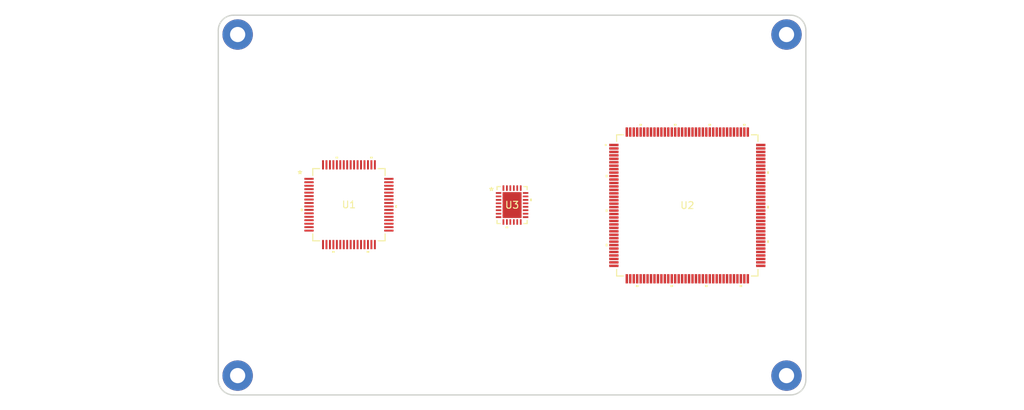
<source format=kicad_pcb>
(kicad_pcb (version 20240108) (generator "pcbnew") (generator_version "8.0")
  (layers (0 "F.Cu" signal) (1 "In1.Cu" signal) (2 "In2.Cu" signal) (31 "B.Cu" signal) (34 "B.Paste" user) (35 "F.Paste" user) (36 "B.SilkS" user "B.Silkscreen") (37 "F.SilkS" user "F.Silkscreen") (38 "B.Mask" user) (39 "F.Mask" user) (44 "Edge.Cuts" user))
  (net 0 "")
  (net 24 "SPI_SCK")
  (net 31 "SPI_MOSI")
  (net 32 "SPI_MISO")
  (net 49 "SPI_NSS")
  (net 66 "GNDD")
  (footprint "MountingHole:MountingHole_2.2mm_M2_Pad_TopBottom" (layer "F.Cu") (at 152.8 97.2)
    (property "Reference" "REF**" (hide yes))
    (property "Value" "MountingHole_2.2mm_M2_Pad_TopBottom")
    (pad "1" thru_hole circle (at 0 0) (size 2.6 2.6) (drill 2.2) (layers "*.Cu" "*.Mask"))
    (pad "1" connect circle (at 0 0) (size 4.4 4.4) (layers "F.Cu" "F.Mask"))
    (pad "1" connect circle (at 0 0) (size 4.4 4.4) (layers "B.Cu" "B.Mask"))
  )
  (footprint "hands-emg-lib:STM32L496ZGT6" (layer "F.Cu") (at 217.85 72.55)
    (property "Reference" "U2" (at 0 0 0) (layer "F.SilkS"))
    (property "Value" "STM32L496ZGT6")
    (fp_line (start -10.2235 -10.2235) (end -10.2235 -9.26054) (stroke (width 0.1524)) (layer "F.SilkS"))
    (fp_line (start -10.2235 9.26054) (end -10.2235 10.2235) (stroke (width 0.1524)) (layer "F.SilkS"))
    (fp_line (start -10.2235 10.2235) (end -9.26054 10.2235) (stroke (width 0.1524)) (layer "F.SilkS"))
    (fp_line (start -9.26054 -10.2235) (end -10.2235 -10.2235) (stroke (width 0.1524)) (layer "F.SilkS"))
    (fp_line (start 9.26054 10.2235) (end 10.2235 10.2235) (stroke (width 0.1524)) (layer "F.SilkS"))
    (fp_line (start 10.2235 -10.2235) (end 9.26054 -10.2235) (stroke (width 0.1524)) (layer "F.SilkS"))
    (fp_line (start 10.2235 -9.26054) (end 10.2235 -10.2235) (stroke (width 0.1524)) (layer "F.SilkS"))
    (fp_line (start 10.2235 10.2235) (end 10.2235 9.26054) (stroke (width 0.1524)) (layer "F.SilkS"))
    (fp_circle (center -11.802101 -8.75) (end -11.725901 -8.75) (stroke (width 0.1524)) (fill none) (layer "F.SilkS"))
    (fp_poly (pts (xy -11.8061 -4.440499) (xy -11.8061 -4.059499) (xy -11.5521 -4.059499) (xy -11.5521 -4.440499)) (fill solid) (layer "F.SilkS"))
    (fp_poly (pts (xy -11.8061 0.559501) (xy -11.8061 0.940501) (xy -11.5521 0.940501) (xy -11.5521 0.559501)) (fill solid) (layer "F.SilkS"))
    (fp_poly (pts (xy -11.8061 5.559501) (xy -11.8061 5.940501) (xy -11.5521 5.940501) (xy -11.5521 5.559501)) (fill solid) (layer "F.SilkS"))
    (fp_poly (pts (xy -7.440501 11.5521) (xy -7.440501 11.8061) (xy -7.059501 11.8061) (xy -7.059501 11.5521)) (fill solid) (layer "F.SilkS"))
    (fp_poly (pts (xy -6.940499 -11.5521) (xy -6.940499 -11.8061) (xy -6.559499 -11.8061) (xy -6.559499 -11.5521)) (fill solid) (layer "F.SilkS"))
    (fp_poly (pts (xy -2.440501 11.5521) (xy -2.440501 11.8061) (xy -2.059501 11.8061) (xy -2.059501 11.5521)) (fill solid) (layer "F.SilkS"))
    (fp_poly (pts (xy -1.940499 -11.5521) (xy -1.940499 -11.8061) (xy -1.559499 -11.8061) (xy -1.559499 -11.5521)) (fill solid) (layer "F.SilkS"))
    (fp_poly (pts (xy 2.5595 11.5521) (xy 2.5595 11.8061) (xy 2.9405 11.8061) (xy 2.9405 11.5521)) (fill solid) (layer "F.SilkS"))
    (fp_poly (pts (xy 3.059501 -11.5521) (xy 3.059501 -11.8061) (xy 3.440501 -11.8061) (xy 3.440501 -11.5521)) (fill solid) (layer "F.SilkS"))
    (fp_poly (pts (xy 7.5595 11.5521) (xy 7.5595 11.8061) (xy 7.9405 11.8061) (xy 7.9405 11.5521)) (fill solid) (layer "F.SilkS"))
    (fp_poly (pts (xy 8.059501 -11.5521) (xy 8.059501 -11.8061) (xy 8.440501 -11.8061) (xy 8.440501 -11.5521)) (fill solid) (layer "F.SilkS"))
    (fp_poly (pts (xy 11.8061 -4.940501) (xy 11.8061 -4.559501) (xy 11.5521 -4.559501) (xy 11.5521 -4.940501)) (fill solid) (layer "F.SilkS"))
    (fp_poly (pts (xy 11.8061 0.059499) (xy 11.8061 0.4405) (xy 11.5521 0.4405) (xy 11.5521 0.059499)) (fill solid) (layer "F.SilkS"))
    (fp_poly (pts (xy 11.8061 5.0595) (xy 11.8061 5.4405) (xy 11.5521 5.4405) (xy 11.5521 5.0595)) (fill solid) (layer "F.SilkS"))
    (pad "1" smd rect (at -10.625 -8.75) (size 1.3462 0.3556) (layers "F.Cu" "F.Paste" "F.Mask"))
    (pad "2" smd rect (at -10.625 -8.250001) (size 1.3462 0.3556) (layers "F.Cu" "F.Paste" "F.Mask"))
    (pad "3" smd rect (at -10.625 -7.75) (size 1.3462 0.3556) (layers "F.Cu" "F.Paste" "F.Mask"))
    (pad "4" smd rect (at -10.625 -7.250001) (size 1.3462 0.3556) (layers "F.Cu" "F.Paste" "F.Mask"))
    (pad "5" smd rect (at -10.625 -6.749999) (size 1.3462 0.3556) (layers "F.Cu" "F.Paste" "F.Mask"))
    (pad "6" smd rect (at -10.625 -6.25) (size 1.3462 0.3556) (layers "F.Cu" "F.Paste" "F.Mask"))
    (pad "7" smd rect (at -10.625 -5.750001) (size 1.3462 0.3556) (layers "F.Cu" "F.Paste" "F.Mask"))
    (pad "8" smd rect (at -10.625 -5.25) (size 1.3462 0.3556) (layers "F.Cu" "F.Paste" "F.Mask"))
    (pad "9" smd rect (at -10.625 -4.750001) (size 1.3462 0.3556) (layers "F.Cu" "F.Paste" "F.Mask"))
    (pad "10" smd rect (at -10.625 -4.249999) (size 1.3462 0.3556) (layers "F.Cu" "F.Paste" "F.Mask"))
    (pad "11" smd rect (at -10.625 -3.75) (size 1.3462 0.3556) (layers "F.Cu" "F.Paste" "F.Mask"))
    (pad "12" smd rect (at -10.625 -3.250001) (size 1.3462 0.3556) (layers "F.Cu" "F.Paste" "F.Mask"))
    (pad "13" smd rect (at -10.625 -2.75) (size 1.3462 0.3556) (layers "F.Cu" "F.Paste" "F.Mask"))
    (pad "14" smd rect (at -10.625 -2.250001) (size 1.3462 0.3556) (layers "F.Cu" "F.Paste" "F.Mask"))
    (pad "15" smd rect (at -10.625 -1.749999) (size 1.3462 0.3556) (layers "F.Cu" "F.Paste" "F.Mask"))
    (pad "16" smd rect (at -10.625 -1.25) (size 1.3462 0.3556) (layers "F.Cu" "F.Paste" "F.Mask") (net 66 "GNDD"))
    (pad "17" smd rect (at -10.625 -0.750001) (size 1.3462 0.3556) (layers "F.Cu" "F.Paste" "F.Mask"))
    (pad "18" smd rect (at -10.625 -0.25) (size 1.3462 0.3556) (layers "F.Cu" "F.Paste" "F.Mask"))
    (pad "19" smd rect (at -10.625 0.25) (size 1.3462 0.3556) (layers "F.Cu" "F.Paste" "F.Mask"))
    (pad "20" smd rect (at -10.625 0.749998) (size 1.3462 0.3556) (layers "F.Cu" "F.Paste" "F.Mask"))
    (pad "21" smd rect (at -10.625 1.25) (size 1.3462 0.3556) (layers "F.Cu" "F.Paste" "F.Mask"))
    (pad "22" smd rect (at -10.625 1.749999) (size 1.3462 0.3556) (layers "F.Cu" "F.Paste" "F.Mask"))
    (pad "23" smd rect (at -10.625 2.250001) (size 1.3462 0.3556) (layers "F.Cu" "F.Paste" "F.Mask"))
    (pad "24" smd rect (at -10.625 2.75) (size 1.3462 0.3556) (layers "F.Cu" "F.Paste" "F.Mask"))
    (pad "25" smd rect (at -10.625 3.249999) (size 1.3462 0.3556) (layers "F.Cu" "F.Paste" "F.Mask"))
    (pad "26" smd rect (at -10.625 3.75) (size 1.3462 0.3556) (layers "F.Cu" "F.Paste" "F.Mask"))
    (pad "27" smd rect (at -10.625 4.249999) (size 1.3462 0.3556) (layers "F.Cu" "F.Paste" "F.Mask"))
    (pad "28" smd rect (at -10.625 4.750001) (size 1.3462 0.3556) (layers "F.Cu" "F.Paste" "F.Mask"))
    (pad "29" smd rect (at -10.625 5.25) (size 1.3462 0.3556) (layers "F.Cu" "F.Paste" "F.Mask"))
    (pad "30" smd rect (at -10.625 5.749999) (size 1.3462 0.3556) (layers "F.Cu" "F.Paste" "F.Mask") (net 66 "GNDD"))
    (pad "31" smd rect (at -10.625 6.25) (size 1.3462 0.3556) (layers "F.Cu" "F.Paste" "F.Mask"))
    (pad "32" smd rect (at -10.625 6.749999) (size 1.3462 0.3556) (layers "F.Cu" "F.Paste" "F.Mask"))
    (pad "33" smd rect (at -10.625 7.250001) (size 1.3462 0.3556) (layers "F.Cu" "F.Paste" "F.Mask"))
    (pad "34" smd rect (at -10.625 7.75) (size 1.3462 0.3556) (layers "F.Cu" "F.Paste" "F.Mask"))
    (pad "35" smd rect (at -10.625 8.249999) (size 1.3462 0.3556) (layers "F.Cu" "F.Paste" "F.Mask"))
    (pad "36" smd rect (at -10.625 8.75) (size 1.3462 0.3556) (layers "F.Cu" "F.Paste" "F.Mask"))
    (pad "37" smd rect (at -8.75 10.625 90) (size 1.3462 0.3556) (layers "F.Cu" "F.Paste" "F.Mask"))
    (pad "38" smd rect (at -8.250001 10.625 90) (size 1.3462 0.3556) (layers "F.Cu" "F.Paste" "F.Mask") (net 66 "GNDD"))
    (pad "39" smd rect (at -7.75 10.625 90) (size 1.3462 0.3556) (layers "F.Cu" "F.Paste" "F.Mask"))
    (pad "40" smd rect (at -7.250001 10.625 90) (size 1.3462 0.3556) (layers "F.Cu" "F.Paste" "F.Mask"))
    (pad "41" smd rect (at -6.749999 10.625 90) (size 1.3462 0.3556) (layers "F.Cu" "F.Paste" "F.Mask"))
    (pad "42" smd rect (at -6.25 10.625 90) (size 1.3462 0.3556) (layers "F.Cu" "F.Paste" "F.Mask"))
    (pad "43" smd rect (at -5.750001 10.625 90) (size 1.3462 0.3556) (layers "F.Cu" "F.Paste" "F.Mask"))
    (pad "44" smd rect (at -5.25 10.625 90) (size 1.3462 0.3556) (layers "F.Cu" "F.Paste" "F.Mask"))
    (pad "45" smd rect (at -4.750001 10.625 90) (size 1.3462 0.3556) (layers "F.Cu" "F.Paste" "F.Mask"))
    (pad "46" smd rect (at -4.249999 10.625 90) (size 1.3462 0.3556) (layers "F.Cu" "F.Paste" "F.Mask"))
    (pad "47" smd rect (at -3.75 10.625 90) (size 1.3462 0.3556) (layers "F.Cu" "F.Paste" "F.Mask"))
    (pad "48" smd rect (at -3.250001 10.625 90) (size 1.3462 0.3556) (layers "F.Cu" "F.Paste" "F.Mask"))
    (pad "49" smd rect (at -2.75 10.625 90) (size 1.3462 0.3556) (layers "F.Cu" "F.Paste" "F.Mask"))
    (pad "50" smd rect (at -2.250001 10.625 90) (size 1.3462 0.3556) (layers "F.Cu" "F.Paste" "F.Mask"))
    (pad "51" smd rect (at -1.749999 10.625 90) (size 1.3462 0.3556) (layers "F.Cu" "F.Paste" "F.Mask") (net 66 "GNDD"))
    (pad "52" smd rect (at -1.25 10.625 90) (size 1.3462 0.3556) (layers "F.Cu" "F.Paste" "F.Mask"))
    (pad "53" smd rect (at -0.750001 10.625 90) (size 1.3462 0.3556) (layers "F.Cu" "F.Paste" "F.Mask"))
    (pad "54" smd rect (at -0.25 10.625 90) (size 1.3462 0.3556) (layers "F.Cu" "F.Paste" "F.Mask"))
    (pad "55" smd rect (at 0.25 10.625 90) (size 1.3462 0.3556) (layers "F.Cu" "F.Paste" "F.Mask"))
    (pad "56" smd rect (at 0.750001 10.625 90) (size 1.3462 0.3556) (layers "F.Cu" "F.Paste" "F.Mask"))
    (pad "57" smd rect (at 1.25 10.625 90) (size 1.3462 0.3556) (layers "F.Cu" "F.Paste" "F.Mask"))
    (pad "58" smd rect (at 1.749999 10.625 90) (size 1.3462 0.3556) (layers "F.Cu" "F.Paste" "F.Mask"))
    (pad "59" smd rect (at 2.250001 10.625 90) (size 1.3462 0.3556) (layers "F.Cu" "F.Paste" "F.Mask"))
    (pad "60" smd rect (at 2.75 10.625 90) (size 1.3462 0.3556) (layers "F.Cu" "F.Paste" "F.Mask"))
    (pad "61" smd rect (at 3.250001 10.625 90) (size 1.3462 0.3556) (layers "F.Cu" "F.Paste" "F.Mask") (net 66 "GNDD"))
    (pad "62" smd rect (at 3.75 10.625 90) (size 1.3462 0.3556) (layers "F.Cu" "F.Paste" "F.Mask"))
    (pad "63" smd rect (at 4.249999 10.625 90) (size 1.3462 0.3556) (layers "F.Cu" "F.Paste" "F.Mask"))
    (pad "64" smd rect (at 4.750001 10.625 90) (size 1.3462 0.3556) (layers "F.Cu" "F.Paste" "F.Mask"))
    (pad "65" smd rect (at 5.25 10.625 90) (size 1.3462 0.3556) (layers "F.Cu" "F.Paste" "F.Mask"))
    (pad "66" smd rect (at 5.750001 10.625 90) (size 1.3462 0.3556) (layers "F.Cu" "F.Paste" "F.Mask"))
    (pad "67" smd rect (at 6.25 10.625 90) (size 1.3462 0.3556) (layers "F.Cu" "F.Paste" "F.Mask"))
    (pad "68" smd rect (at 6.749999 10.625 90) (size 1.3462 0.3556) (layers "F.Cu" "F.Paste" "F.Mask"))
    (pad "69" smd rect (at 7.250001 10.625 90) (size 1.3462 0.3556) (layers "F.Cu" "F.Paste" "F.Mask"))
    (pad "70" smd rect (at 7.75 10.625 90) (size 1.3462 0.3556) (layers "F.Cu" "F.Paste" "F.Mask"))
    (pad "71" smd rect (at 8.250001 10.625 90) (size 1.3462 0.3556) (layers "F.Cu" "F.Paste" "F.Mask") (net 66 "GNDD"))
    (pad "72" smd rect (at 8.75 10.625 90) (size 1.3462 0.3556) (layers "F.Cu" "F.Paste" "F.Mask"))
    (pad "73" smd rect (at 10.625 8.75) (size 1.3462 0.3556) (layers "F.Cu" "F.Paste" "F.Mask"))
    (pad "74" smd rect (at 10.625 8.250001) (size 1.3462 0.3556) (layers "F.Cu" "F.Paste" "F.Mask"))
    (pad "75" smd rect (at 10.625 7.75) (size 1.3462 0.3556) (layers "F.Cu" "F.Paste" "F.Mask"))
    (pad "76" smd rect (at 10.625 7.250001) (size 1.3462 0.3556) (layers "F.Cu" "F.Paste" "F.Mask"))
    (pad "77" smd rect (at 10.625 6.749999) (size 1.3462 0.3556) (layers "F.Cu" "F.Paste" "F.Mask"))
    (pad "78" smd rect (at 10.625 6.25) (size 1.3462 0.3556) (layers "F.Cu" "F.Paste" "F.Mask"))
    (pad "79" smd rect (at 10.625 5.750001) (size 1.3462 0.3556) (layers "F.Cu" "F.Paste" "F.Mask"))
    (pad "80" smd rect (at 10.625 5.25) (size 1.3462 0.3556) (layers "F.Cu" "F.Paste" "F.Mask"))
    (pad "81" smd rect (at 10.625 4.750001) (size 1.3462 0.3556) (layers "F.Cu" "F.Paste" "F.Mask"))
    (pad "82" smd rect (at 10.625 4.249999) (size 1.3462 0.3556) (layers "F.Cu" "F.Paste" "F.Mask"))
    (pad "83" smd rect (at 10.625 3.75) (size 1.3462 0.3556) (layers "F.Cu" "F.Paste" "F.Mask") (net 66 "GNDD"))
    (pad "84" smd rect (at 10.625 3.250001) (size 1.3462 0.3556) (layers "F.Cu" "F.Paste" "F.Mask"))
    (pad "85" smd rect (at 10.625 2.75) (size 1.3462 0.3556) (layers "F.Cu" "F.Paste" "F.Mask"))
    (pad "86" smd rect (at 10.625 2.250001) (size 1.3462 0.3556) (layers "F.Cu" "F.Paste" "F.Mask"))
    (pad "87" smd rect (at 10.625 1.749999) (size 1.3462 0.3556) (layers "F.Cu" "F.Paste" "F.Mask"))
    (pad "88" smd rect (at 10.625 1.25) (size 1.3462 0.3556) (layers "F.Cu" "F.Paste" "F.Mask"))
    (pad "89" smd rect (at 10.625 0.750001) (size 1.3462 0.3556) (layers "F.Cu" "F.Paste" "F.Mask"))
    (pad "90" smd rect (at 10.625 0.25) (size 1.3462 0.3556) (layers "F.Cu" "F.Paste" "F.Mask"))
    (pad "91" smd rect (at 10.625 -0.25) (size 1.3462 0.3556) (layers "F.Cu" "F.Paste" "F.Mask"))
    (pad "92" smd rect (at 10.625 -0.750001) (size 1.3462 0.3556) (layers "F.Cu" "F.Paste" "F.Mask"))
    (pad "93" smd rect (at 10.625 -1.25) (size 1.3462 0.3556) (layers "F.Cu" "F.Paste" "F.Mask"))
    (pad "94" smd rect (at 10.625 -1.749999) (size 1.3462 0.3556) (layers "F.Cu" "F.Paste" "F.Mask") (net 66 "GNDD"))
    (pad "95" smd rect (at 10.625 -2.250001) (size 1.3462 0.3556) (layers "F.Cu" "F.Paste" "F.Mask"))
    (pad "96" smd rect (at 10.625 -2.75) (size 1.3462 0.3556) (layers "F.Cu" "F.Paste" "F.Mask"))
    (pad "97" smd rect (at 10.625 -3.250001) (size 1.3462 0.3556) (layers "F.Cu" "F.Paste" "F.Mask"))
    (pad "98" smd rect (at 10.625 -3.75) (size 1.3462 0.3556) (layers "F.Cu" "F.Paste" "F.Mask"))
    (pad "99" smd rect (at 10.625 -4.249999) (size 1.3462 0.3556) (layers "F.Cu" "F.Paste" "F.Mask"))
    (pad "100" smd rect (at 10.625 -4.750001) (size 1.3462 0.3556) (layers "F.Cu" "F.Paste" "F.Mask"))
    (pad "101" smd rect (at 10.625 -5.25) (size 1.3462 0.3556) (layers "F.Cu" "F.Paste" "F.Mask"))
    (pad "102" smd rect (at 10.625 -5.750001) (size 1.3462 0.3556) (layers "F.Cu" "F.Paste" "F.Mask"))
    (pad "103" smd rect (at 10.625 -6.25) (size 1.3462 0.3556) (layers "F.Cu" "F.Paste" "F.Mask"))
    (pad "104" smd rect (at 10.625 -6.749999) (size 1.3462 0.3556) (layers "F.Cu" "F.Paste" "F.Mask"))
    (pad "105" smd rect (at 10.625 -7.250001) (size 1.3462 0.3556) (layers "F.Cu" "F.Paste" "F.Mask"))
    (pad "106" smd rect (at 10.625 -7.75) (size 1.3462 0.3556) (layers "F.Cu" "F.Paste" "F.Mask"))
    (pad "107" smd rect (at 10.625 -8.250001) (size 1.3462 0.3556) (layers "F.Cu" "F.Paste" "F.Mask") (net 66 "GNDD"))
    (pad "108" smd rect (at 10.625 -8.75) (size 1.3462 0.3556) (layers "F.Cu" "F.Paste" "F.Mask"))
    (pad "109" smd rect (at 8.75 -10.625 90) (size 1.3462 0.3556) (layers "F.Cu" "F.Paste" "F.Mask"))
    (pad "110" smd rect (at 8.250001 -10.625 90) (size 1.3462 0.3556) (layers "F.Cu" "F.Paste" "F.Mask"))
    (pad "111" smd rect (at 7.75 -10.625 90) (size 1.3462 0.3556) (layers "F.Cu" "F.Paste" "F.Mask"))
    (pad "112" smd rect (at 7.250001 -10.625 90) (size 1.3462 0.3556) (layers "F.Cu" "F.Paste" "F.Mask"))
    (pad "113" smd rect (at 6.749999 -10.625 90) (size 1.3462 0.3556) (layers "F.Cu" "F.Paste" "F.Mask"))
    (pad "114" smd rect (at 6.25 -10.625 90) (size 1.3462 0.3556) (layers "F.Cu" "F.Paste" "F.Mask"))
    (pad "115" smd rect (at 5.750001 -10.625 90) (size 1.3462 0.3556) (layers "F.Cu" "F.Paste" "F.Mask"))
    (pad "116" smd rect (at 5.25 -10.625 90) (size 1.3462 0.3556) (layers "F.Cu" "F.Paste" "F.Mask"))
    (pad "117" smd rect (at 4.750001 -10.625 90) (size 1.3462 0.3556) (layers "F.Cu" "F.Paste" "F.Mask"))
    (pad "118" smd rect (at 4.249999 -10.625 90) (size 1.3462 0.3556) (layers "F.Cu" "F.Paste" "F.Mask"))
    (pad "119" smd rect (at 3.75 -10.625 90) (size 1.3462 0.3556) (layers "F.Cu" "F.Paste" "F.Mask"))
    (pad "120" smd rect (at 3.250001 -10.625 90) (size 1.3462 0.3556) (layers "F.Cu" "F.Paste" "F.Mask") (net 66 "GNDD"))
    (pad "121" smd rect (at 2.75 -10.625 90) (size 1.3462 0.3556) (layers "F.Cu" "F.Paste" "F.Mask"))
    (pad "122" smd rect (at 2.250001 -10.625 90) (size 1.3462 0.3556) (layers "F.Cu" "F.Paste" "F.Mask"))
    (pad "123" smd rect (at 1.749999 -10.625 90) (size 1.3462 0.3556) (layers "F.Cu" "F.Paste" "F.Mask"))
    (pad "124" smd rect (at 1.25 -10.625 90) (size 1.3462 0.3556) (layers "F.Cu" "F.Paste" "F.Mask"))
    (pad "125" smd rect (at 0.750001 -10.625 90) (size 1.3462 0.3556) (layers "F.Cu" "F.Paste" "F.Mask"))
    (pad "126" smd rect (at 0.25 -10.625 90) (size 1.3462 0.3556) (layers "F.Cu" "F.Paste" "F.Mask"))
    (pad "127" smd rect (at -0.25 -10.625 90) (size 1.3462 0.3556) (layers "F.Cu" "F.Paste" "F.Mask"))
    (pad "128" smd rect (at -0.750001 -10.625 90) (size 1.3462 0.3556) (layers "F.Cu" "F.Paste" "F.Mask"))
    (pad "129" smd rect (at -1.25 -10.625 90) (size 1.3462 0.3556) (layers "F.Cu" "F.Paste" "F.Mask"))
    (pad "130" smd rect (at -1.749999 -10.625 90) (size 1.3462 0.3556) (layers "F.Cu" "F.Paste" "F.Mask") (net 66 "GNDD"))
    (pad "131" smd rect (at -2.250001 -10.625 90) (size 1.3462 0.3556) (layers "F.Cu" "F.Paste" "F.Mask"))
    (pad "132" smd rect (at -2.75 -10.625 90) (size 1.3462 0.3556) (layers "F.Cu" "F.Paste" "F.Mask"))
    (pad "133" smd rect (at -3.250001 -10.625 90) (size 1.3462 0.3556) (layers "F.Cu" "F.Paste" "F.Mask"))
    (pad "134" smd rect (at -3.75 -10.625 90) (size 1.3462 0.3556) (layers "F.Cu" "F.Paste" "F.Mask"))
    (pad "135" smd rect (at -4.249999 -10.625 90) (size 1.3462 0.3556) (layers "F.Cu" "F.Paste" "F.Mask"))
    (pad "136" smd rect (at -4.750001 -10.625 90) (size 1.3462 0.3556) (layers "F.Cu" "F.Paste" "F.Mask"))
    (pad "137" smd rect (at -5.25 -10.625 90) (size 1.3462 0.3556) (layers "F.Cu" "F.Paste" "F.Mask"))
    (pad "138" smd rect (at -5.750001 -10.625 90) (size 1.3462 0.3556) (layers "F.Cu" "F.Paste" "F.Mask"))
    (pad "139" smd rect (at -6.25 -10.625 90) (size 1.3462 0.3556) (layers "F.Cu" "F.Paste" "F.Mask"))
    (pad "140" smd rect (at -6.749999 -10.625 90) (size 1.3462 0.3556) (layers "F.Cu" "F.Paste" "F.Mask"))
    (pad "141" smd rect (at -7.250001 -10.625 90) (size 1.3462 0.3556) (layers "F.Cu" "F.Paste" "F.Mask"))
    (pad "142" smd rect (at -7.75 -10.625 90) (size 1.3462 0.3556) (layers "F.Cu" "F.Paste" "F.Mask"))
    (pad "143" smd rect (at -8.250001 -10.625 90) (size 1.3462 0.3556) (layers "F.Cu" "F.Paste" "F.Mask") (net 66 "GNDD"))
    (pad "144" smd rect (at -8.75 -10.625 90) (size 1.3462 0.3556) (layers "F.Cu" "F.Paste" "F.Mask"))
  )
  (footprint "hands-emg-lib:ADS1299-4PAGR" (layer "F.Cu") (at 168.9 72.45)
    (property "Reference" "U1" (at 0 0 0) (layer "F.SilkS"))
    (property "Value" "ADS1299-4PAGR")
    (fp_line (start -5.2324 -5.2324) (end -5.2324 -4.22244) (stroke (width 0.1524)) (layer "F.SilkS"))
    (fp_line (start -5.2324 4.22244) (end -5.2324 5.2324) (stroke (width 0.1524)) (layer "F.SilkS"))
    (fp_line (start -5.2324 5.2324) (end -4.22244 5.2324) (stroke (width 0.1524)) (layer "F.SilkS"))
    (fp_line (start -4.22244 -5.2324) (end -5.2324 -5.2324) (stroke (width 0.1524)) (layer "F.SilkS"))
    (fp_line (start 4.22244 5.2324) (end 5.2324 5.2324) (stroke (width 0.1524)) (layer "F.SilkS"))
    (fp_line (start 5.2324 -5.2324) (end 4.22244 -5.2324) (stroke (width 0.1524)) (layer "F.SilkS"))
    (fp_line (start 5.2324 -4.22244) (end 5.2324 -5.2324) (stroke (width 0.1524)) (layer "F.SilkS"))
    (fp_line (start 5.2324 5.2324) (end 5.2324 4.22244) (stroke (width 0.1524)) (layer "F.SilkS"))
    (fp_poly (pts (xy -6.953999 0.559501) (xy -6.953999 0.940501) (xy -6.699999 0.940501) (xy -6.699999 0.559501)) (fill solid) (layer "F.SilkS"))
    (fp_poly (pts (xy -2.440501 6.699999) (xy -2.440501 6.953999) (xy -2.059501 6.953999) (xy -2.059501 6.699999)) (fill solid) (layer "F.SilkS"))
    (fp_poly (pts (xy -1.940499 -6.699999) (xy -1.940499 -6.953999) (xy -1.559499 -6.953999) (xy -1.559499 -6.699999)) (fill solid) (layer "F.SilkS"))
    (fp_poly (pts (xy 2.5595 6.699999) (xy 2.5595 6.953999) (xy 2.9405 6.953999) (xy 2.9405 6.699999)) (fill solid) (layer "F.SilkS"))
    (fp_poly (pts (xy 3.059501 -6.699999) (xy 3.059501 -6.953999) (xy 3.440501 -6.953999) (xy 3.440501 -6.699999)) (fill solid) (layer "F.SilkS"))
    (fp_poly (pts (xy 6.953999 0.059499) (xy 6.953999 0.4405) (xy 6.699999 0.4405) (xy 6.699999 0.059499)) (fill solid) (layer "F.SilkS"))
    (fp_text user "*" (at -7.081 -4.381 0) (layer "F.SilkS"))
    (fp_text user "*" (at -7.081 -4.381 0) (layer "F.SilkS"))
    (pad "1" smd rect (at -5.775701 -3.75 90) (size 0.2794 1.340599) (layers "F.Cu" "F.Paste" "F.Mask"))
    (pad "2" smd rect (at -5.775701 -3.250001 90) (size 0.2794 1.340599) (layers "F.Cu" "F.Paste" "F.Mask"))
    (pad "3" smd rect (at -5.775701 -2.75 90) (size 0.2794 1.340599) (layers "F.Cu" "F.Paste" "F.Mask"))
    (pad "4" smd rect (at -5.775701 -2.250001 90) (size 0.2794 1.340599) (layers "F.Cu" "F.Paste" "F.Mask"))
    (pad "5" smd rect (at -5.775701 -1.749999 90) (size 0.2794 1.340599) (layers "F.Cu" "F.Paste" "F.Mask"))
    (pad "6" smd rect (at -5.775701 -1.25 90) (size 0.2794 1.340599) (layers "F.Cu" "F.Paste" "F.Mask"))
    (pad "7" smd rect (at -5.775701 -0.750001 90) (size 0.2794 1.340599) (layers "F.Cu" "F.Paste" "F.Mask"))
    (pad "8" smd rect (at -5.775701 -0.25 90) (size 0.2794 1.340599) (layers "F.Cu" "F.Paste" "F.Mask"))
    (pad "9" smd rect (at -5.775701 0.25 90) (size 0.2794 1.340599) (layers "F.Cu" "F.Paste" "F.Mask"))
    (pad "10" smd rect (at -5.775701 0.750001 90) (size 0.2794 1.340599) (layers "F.Cu" "F.Paste" "F.Mask"))
    (pad "11" smd rect (at -5.775701 1.25 90) (size 0.2794 1.340599) (layers "F.Cu" "F.Paste" "F.Mask"))
    (pad "12" smd rect (at -5.775701 1.749999 90) (size 0.2794 1.340599) (layers "F.Cu" "F.Paste" "F.Mask"))
    (pad "13" smd rect (at -5.775701 2.250001 90) (size 0.2794 1.340599) (layers "F.Cu" "F.Paste" "F.Mask"))
    (pad "14" smd rect (at -5.775701 2.75 90) (size 0.2794 1.340599) (layers "F.Cu" "F.Paste" "F.Mask"))
    (pad "15" smd rect (at -5.775701 3.250001 90) (size 0.2794 1.340599) (layers "F.Cu" "F.Paste" "F.Mask"))
    (pad "16" smd rect (at -5.775701 3.75 90) (size 0.2794 1.340599) (layers "F.Cu" "F.Paste" "F.Mask"))
    (pad "17" smd rect (at -3.75 5.775701) (size 0.2794 1.340599) (layers "F.Cu" "F.Paste" "F.Mask"))
    (pad "18" smd rect (at -3.250001 5.775701) (size 0.2794 1.340599) (layers "F.Cu" "F.Paste" "F.Mask"))
    (pad "19" smd rect (at -2.75 5.775701) (size 0.2794 1.340599) (layers "F.Cu" "F.Paste" "F.Mask"))
    (pad "20" smd rect (at -2.250001 5.775701) (size 0.2794 1.340599) (layers "F.Cu" "F.Paste" "F.Mask"))
    (pad "21" smd rect (at -1.749999 5.775701) (size 0.2794 1.340599) (layers "F.Cu" "F.Paste" "F.Mask"))
    (pad "22" smd rect (at -1.25 5.775701) (size 0.2794 1.340599) (layers "F.Cu" "F.Paste" "F.Mask"))
    (pad "23" smd rect (at -0.750001 5.775701) (size 0.2794 1.340599) (layers "F.Cu" "F.Paste" "F.Mask"))
    (pad "24" smd rect (at -0.25 5.775701) (size 0.2794 1.340599) (layers "F.Cu" "F.Paste" "F.Mask"))
    (pad "25" smd rect (at 0.25 5.775701) (size 0.2794 1.340599) (layers "F.Cu" "F.Paste" "F.Mask"))
    (pad "26" smd rect (at 0.750001 5.775701) (size 0.2794 1.340599) (layers "F.Cu" "F.Paste" "F.Mask"))
    (pad "27" smd rect (at 1.25 5.775701) (size 0.2794 1.340599) (layers "F.Cu" "F.Paste" "F.Mask"))
    (pad "28" smd rect (at 1.749999 5.775701) (size 0.2794 1.340599) (layers "F.Cu" "F.Paste" "F.Mask"))
    (pad "29" smd rect (at 2.250001 5.775701) (size 0.2794 1.340599) (layers "F.Cu" "F.Paste" "F.Mask"))
    (pad "30" smd rect (at 2.75 5.775701) (size 0.2794 1.340599) (layers "F.Cu" "F.Paste" "F.Mask"))
    (pad "31" smd rect (at 3.250001 5.775701) (size 0.2794 1.340599) (layers "F.Cu" "F.Paste" "F.Mask"))
    (pad "32" smd rect (at 3.75 5.775701) (size 0.2794 1.340599) (layers "F.Cu" "F.Paste" "F.Mask"))
    (pad "33" smd rect (at 5.775701 3.75 90) (size 0.2794 1.340599) (layers "F.Cu" "F.Paste" "F.Mask"))
    (pad "34" smd rect (at 5.775701 3.250001 90) (size 0.2794 1.340599) (layers "F.Cu" "F.Paste" "F.Mask") (net 31 "SPI_MOSI"))
    (pad "35" smd rect (at 5.775701 2.75 90) (size 0.2794 1.340599) (layers "F.Cu" "F.Paste" "F.Mask"))
    (pad "36" smd rect (at 5.775701 2.250001 90) (size 0.2794 1.340599) (layers "F.Cu" "F.Paste" "F.Mask"))
    (pad "37" smd rect (at 5.775701 1.749999 90) (size 0.2794 1.340599) (layers "F.Cu" "F.Paste" "F.Mask"))
    (pad "38" smd rect (at 5.775701 1.25 90) (size 0.2794 1.340599) (layers "F.Cu" "F.Paste" "F.Mask"))
    (pad "39" smd rect (at 5.775701 0.750001 90) (size 0.2794 1.340599) (layers "F.Cu" "F.Paste" "F.Mask") (net 49 "SPI_NSS"))
    (pad "40" smd rect (at 5.775701 0.25 90) (size 0.2794 1.340599) (layers "F.Cu" "F.Paste" "F.Mask") (net 24 "SPI_SCK"))
    (pad "41" smd rect (at 5.775701 -0.25 90) (size 0.2794 1.340599) (layers "F.Cu" "F.Paste" "F.Mask"))
    (pad "42" smd rect (at 5.775701 -0.750001 90) (size 0.2794 1.340599) (layers "F.Cu" "F.Paste" "F.Mask"))
    (pad "43" smd rect (at 5.775701 -1.25 90) (size 0.2794 1.340599) (layers "F.Cu" "F.Paste" "F.Mask") (net 32 "SPI_MISO"))
    (pad "44" smd rect (at 5.775701 -1.749999 90) (size 0.2794 1.340599) (layers "F.Cu" "F.Paste" "F.Mask"))
    (pad "45" smd rect (at 5.775701 -2.250001 90) (size 0.2794 1.340599) (layers "F.Cu" "F.Paste" "F.Mask"))
    (pad "46" smd rect (at 5.775701 -2.75 90) (size 0.2794 1.340599) (layers "F.Cu" "F.Paste" "F.Mask"))
    (pad "47" smd rect (at 5.775701 -3.250001 90) (size 0.2794 1.340599) (layers "F.Cu" "F.Paste" "F.Mask"))
    (pad "48" smd rect (at 5.775701 -3.75 90) (size 0.2794 1.340599) (layers "F.Cu" "F.Paste" "F.Mask"))
    (pad "49" smd rect (at 3.75 -5.775701) (size 0.2794 1.340599) (layers "F.Cu" "F.Paste" "F.Mask"))
    (pad "50" smd rect (at 3.250001 -5.775701) (size 0.2794 1.340599) (layers "F.Cu" "F.Paste" "F.Mask"))
    (pad "51" smd rect (at 2.75 -5.775701) (size 0.2794 1.340599) (layers "F.Cu" "F.Paste" "F.Mask"))
    (pad "52" smd rect (at 2.250001 -5.775701) (size 0.2794 1.340599) (layers "F.Cu" "F.Paste" "F.Mask"))
    (pad "53" smd rect (at 1.749999 -5.775701) (size 0.2794 1.340599) (layers "F.Cu" "F.Paste" "F.Mask"))
    (pad "54" smd rect (at 1.25 -5.775701) (size 0.2794 1.340599) (layers "F.Cu" "F.Paste" "F.Mask"))
    (pad "55" smd rect (at 0.750001 -5.775701) (size 0.2794 1.340599) (layers "F.Cu" "F.Paste" "F.Mask"))
    (pad "56" smd rect (at 0.25 -5.775701) (size 0.2794 1.340599) (layers "F.Cu" "F.Paste" "F.Mask"))
    (pad "57" smd rect (at -0.25 -5.775701) (size 0.2794 1.340599) (layers "F.Cu" "F.Paste" "F.Mask"))
    (pad "58" smd rect (at -0.750001 -5.775701) (size 0.2794 1.340599) (layers "F.Cu" "F.Paste" "F.Mask"))
    (pad "59" smd rect (at -1.25 -5.775701) (size 0.2794 1.340599) (layers "F.Cu" "F.Paste" "F.Mask"))
    (pad "60" smd rect (at -1.749999 -5.775701) (size 0.2794 1.340599) (layers "F.Cu" "F.Paste" "F.Mask"))
    (pad "61" smd rect (at -2.250001 -5.775701) (size 0.2794 1.340599) (layers "F.Cu" "F.Paste" "F.Mask"))
    (pad "62" smd rect (at -2.75 -5.775701) (size 0.2794 1.340599) (layers "F.Cu" "F.Paste" "F.Mask"))
    (pad "63" smd rect (at -3.250001 -5.775701) (size 0.2794 1.340599) (layers "F.Cu" "F.Paste" "F.Mask"))
    (pad "64" smd rect (at -3.75 -5.775701) (size 0.2794 1.340599) (layers "F.Cu" "F.Paste" "F.Mask"))
  )
  (footprint "MountingHole:MountingHole_2.2mm_M2_Pad_TopBottom" (layer "F.Cu") (at 152.8 47.8)
    (property "Reference" "REF**" (hide yes))
    (property "Value" "MountingHole_2.2mm_M2_Pad_TopBottom")
    (pad "1" thru_hole circle (at 0 0) (size 2.6 2.6) (drill 2.2) (layers "*.Cu" "*.Mask"))
    (pad "1" connect circle (at 0 0) (size 4.4 4.4) (layers "F.Cu" "F.Mask"))
    (pad "1" connect circle (at 0 0) (size 4.4 4.4) (layers "B.Cu" "B.Mask"))
  )
  (footprint "hands-emg-lib:LTC3556EUFD-PBF" (layer "F.Cu") (at 192.5 72.5)
    (property "Reference" "U3" (at 0 0 0) (layer "F.SilkS"))
    (property "Value" "LTC3556EUFD-PBF")
    (fp_line (start -2.177 -2.677) (end -2.177 -2.207739) (stroke (width 0.1524)) (layer "F.SilkS"))
    (fp_line (start -2.177 2.207739) (end -2.177 2.677) (stroke (width 0.1524)) (layer "F.SilkS"))
    (fp_line (start -2.177 2.677) (end -1.70774 2.677) (stroke (width 0.1524)) (layer "F.SilkS"))
    (fp_line (start -1.70774 -2.677) (end -2.177 -2.677) (stroke (width 0.1524)) (layer "F.SilkS"))
    (fp_line (start 1.70774 2.677) (end 2.177 2.677) (stroke (width 0.1524)) (layer "F.SilkS"))
    (fp_line (start 2.177 -2.677) (end 1.70774 -2.677) (stroke (width 0.1524)) (layer "F.SilkS"))
    (fp_line (start 2.177 -2.207739) (end 2.177 -2.677) (stroke (width 0.1524)) (layer "F.SilkS"))
    (fp_line (start 2.177 2.677) (end 2.177 2.207739) (stroke (width 0.1524)) (layer "F.SilkS"))
    (fp_poly (pts (xy -0.940501 3.103999) (xy -0.940501 3.357999) (xy -0.559501 3.357999) (xy -0.559501 3.103999)) (fill solid) (layer "F.SilkS"))
    (fp_poly (pts (xy 2.858 -0.940501) (xy 2.858 -0.559501) (xy 2.604 -0.559501) (xy 2.604 -0.940501)) (fill solid) (layer "F.SilkS"))
    (fp_text user "*" (at -2.985 -2 0) (layer "F.SilkS"))
    (fp_text user "*" (at -2.985 -2 0) (layer "F.SilkS"))
    (pad "1" smd rect (at -1.950001 -1.749999 90) (size 0.25 0.799999) (layers "F.Cu" "F.Paste" "F.Mask"))
    (pad "2" smd rect (at -1.950001 -1.25 90) (size 0.25 0.799999) (layers "F.Cu" "F.Paste" "F.Mask"))
    (pad "3" smd rect (at -1.950001 -0.750001 90) (size 0.25 0.799999) (layers "F.Cu" "F.Paste" "F.Mask"))
    (pad "4" smd rect (at -1.950001 -0.25 90) (size 0.25 0.799999) (layers "F.Cu" "F.Paste" "F.Mask"))
    (pad "5" smd rect (at -1.950001 0.25 90) (size 0.25 0.799999) (layers "F.Cu" "F.Paste" "F.Mask"))
    (pad "6" smd rect (at -1.950001 0.750001 90) (size 0.25 0.799999) (layers "F.Cu" "F.Paste" "F.Mask"))
    (pad "7" smd rect (at -1.950001 1.25 90) (size 0.25 0.799999) (layers "F.Cu" "F.Paste" "F.Mask"))
    (pad "8" smd rect (at -1.950001 1.749999 90) (size 0.25 0.799999) (layers "F.Cu" "F.Paste" "F.Mask"))
    (pad "9" smd rect (at -1.25 2.45) (size 0.25 0.799999) (layers "F.Cu" "F.Paste" "F.Mask"))
    (pad "10" smd rect (at -0.750001 2.45) (size 0.25 0.799999) (layers "F.Cu" "F.Paste" "F.Mask"))
    (pad "11" smd rect (at -0.25 2.45) (size 0.25 0.799999) (layers "F.Cu" "F.Paste" "F.Mask"))
    (pad "12" smd rect (at 0.25 2.45) (size 0.25 0.799999) (layers "F.Cu" "F.Paste" "F.Mask"))
    (pad "13" smd rect (at 0.750001 2.45) (size 0.25 0.799999) (layers "F.Cu" "F.Paste" "F.Mask"))
    (pad "14" smd rect (at 1.25 2.45) (size 0.25 0.799999) (layers "F.Cu" "F.Paste" "F.Mask"))
    (pad "15" smd rect (at 1.950001 1.749999 90) (size 0.25 0.799999) (layers "F.Cu" "F.Paste" "F.Mask"))
    (pad "16" smd rect (at 1.950001 1.25 90) (size 0.25 0.799999) (layers "F.Cu" "F.Paste" "F.Mask"))
    (pad "17" smd rect (at 1.950001 0.750001 90) (size 0.25 0.799999) (layers "F.Cu" "F.Paste" "F.Mask"))
    (pad "18" smd rect (at 1.950001 0.25 90) (size 0.25 0.799999) (layers "F.Cu" "F.Paste" "F.Mask"))
    (pad "19" smd rect (at 1.950001 -0.25 90) (size 0.25 0.799999) (layers "F.Cu" "F.Paste" "F.Mask"))
    (pad "20" smd rect (at 1.950001 -0.750001 90) (size 0.25 0.799999) (layers "F.Cu" "F.Paste" "F.Mask"))
    (pad "21" smd rect (at 1.950001 -1.25 90) (size 0.25 0.799999) (layers "F.Cu" "F.Paste" "F.Mask"))
    (pad "22" smd rect (at 1.950001 -1.749999 90) (size 0.25 0.799999) (layers "F.Cu" "F.Paste" "F.Mask"))
    (pad "23" smd rect (at 1.25 -2.45) (size 0.25 0.799999) (layers "F.Cu" "F.Paste" "F.Mask"))
    (pad "24" smd rect (at 0.750001 -2.45) (size 0.25 0.799999) (layers "F.Cu" "F.Paste" "F.Mask"))
    (pad "25" smd rect (at 0.25 -2.45) (size 0.25 0.799999) (layers "F.Cu" "F.Paste" "F.Mask"))
    (pad "26" smd rect (at -0.25 -2.45) (size 0.25 0.799999) (layers "F.Cu" "F.Paste" "F.Mask"))
    (pad "27" smd rect (at -0.750001 -2.45) (size 0.25 0.799999) (layers "F.Cu" "F.Paste" "F.Mask"))
    (pad "28" smd rect (at -1.25 -2.45) (size 0.25 0.799999) (layers "F.Cu" "F.Paste" "F.Mask"))
    (pad "29" smd rect (at 0 0) (size 2.75 3.75) (layers "F.Cu" "F.Paste" "F.Mask"))
  )
  (footprint "MountingHole:MountingHole_2.2mm_M2_Pad_TopBottom" (layer "F.Cu") (at 232.2 97.2)
    (property "Reference" "REF**" (hide yes))
    (property "Value" "MountingHole_2.2mm_M2_Pad_TopBottom")
    (pad "1" thru_hole circle (at 0 0) (size 2.6 2.6) (drill 2.2) (layers "*.Cu" "*.Mask"))
    (pad "1" connect circle (at 0 0) (size 4.4 4.4) (layers "F.Cu" "F.Mask"))
    (pad "1" connect circle (at 0 0) (size 4.4 4.4) (layers "B.Cu" "B.Mask"))
  )
  (footprint "MountingHole:MountingHole_2.2mm_M2_Pad_TopBottom" (layer "F.Cu") (at 232.2 47.8)
    (property "Reference" "REF**" (hide yes))
    (property "Value" "MountingHole_2.2mm_M2_Pad_TopBottom")
    (pad "1" thru_hole circle (at 0 0) (size 2.6 2.6) (drill 2.2) (layers "*.Cu" "*.Mask"))
    (pad "1" connect circle (at 0 0) (size 4.4 4.4) (layers "F.Cu" "F.Mask"))
    (pad "1" connect circle (at 0 0) (size 4.4 4.4) (layers "B.Cu" "B.Mask"))
  )
  (gr_arc (start 232.8 45) (mid 234.355635 45.644365) (end 235 47.2) (stroke (width 0.2)) (layer "Edge.Cuts"))
  (gr_arc (start 152.2 100) (mid 150.644365 99.355635) (end 150 97.8) (stroke (width 0.2)) (layer "Edge.Cuts"))
  (gr_line (start 150 97.8) (end 150 47.2) (stroke (width 0.2)) (layer "Edge.Cuts"))
  (gr_arc (start 150 47.2) (mid 150.644365 45.644365) (end 152.2 45) (stroke (width 0.2)) (layer "Edge.Cuts"))
  (gr_line (start 152.2 45) (end 232.8 45) (stroke (width 0.2)) (layer "Edge.Cuts"))
  (gr_line (start 232.8 100) (end 152.2 100) (stroke (width 0.2)) (layer "Edge.Cuts"))
  (gr_arc (start 235 97.8) (mid 234.355635 99.355635) (end 232.8 100) (stroke (width 0.2)) (layer "Edge.Cuts"))
  (gr_line (start 235 47.2) (end 235 97.8) (stroke (width 0.2)) (layer "Edge.Cuts"))
)
</source>
